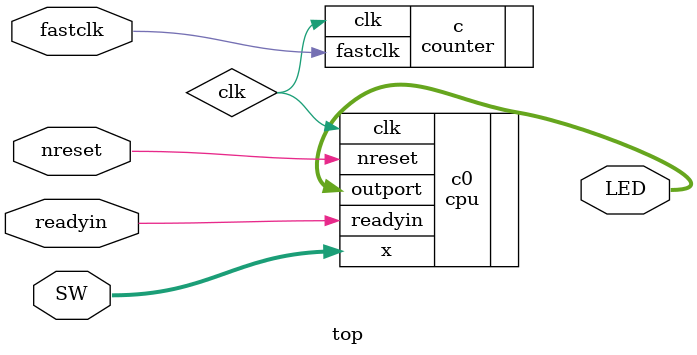
<source format=sv>
module top(
  input logic fastclk,  // 50MHz Altera DE0 clock
  input logic [7:0] SW, 
  input logic nreset,
  input logic readyin,
  output logic [7:0] LED); // LEDs
  
  logic clk; // slow clock, about 10Hz
  
  counter c (.fastclk(fastclk),.clk(clk)); // slow clk from counter
  
  
  cpu c0 (.clk(clk),.readyin(readyin), .nreset(nreset),.x(SW),.outport(LED));
  
endmodule  
</source>
